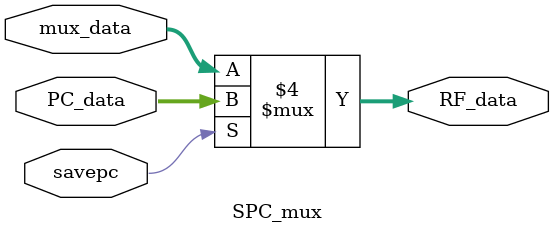
<source format=v>
module SPC_mux(  input [15:0] mux_data,
				 input [15:0] PC_data,
				 input savepc,
				 output reg [15:0] RF_data);
				 
    always@(*)
    begin
        if(savepc==0)
            RF_data <= mux_data;
        else 
            RF_data <= PC_data;
    end
endmodule

</source>
